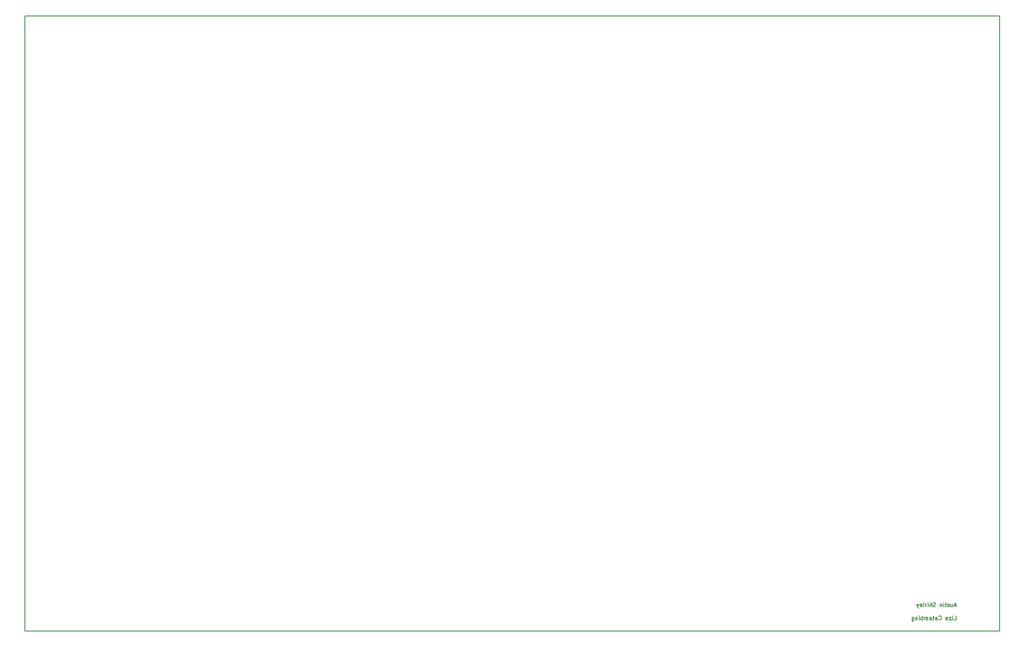
<source format=gbo>
G04 #@! TF.FileFunction,Legend,Bot*
%FSLAX46Y46*%
G04 Gerber Fmt 4.6, Leading zero omitted, Abs format (unit mm)*
G04 Created by KiCad (PCBNEW 4.0.4-stable) date 05/08/17 18:11:55*
%MOMM*%
%LPD*%
G01*
G04 APERTURE LIST*
%ADD10C,0.100000*%
%ADD11C,0.187500*%
%ADD12C,0.150000*%
G04 APERTURE END LIST*
D10*
D11*
X183962285Y26698714D02*
X184319428Y26698714D01*
X184319428Y27448714D01*
X183712285Y26698714D02*
X183712285Y27198714D01*
X183712285Y27448714D02*
X183747999Y27413000D01*
X183712285Y27377286D01*
X183676570Y27413000D01*
X183712285Y27448714D01*
X183712285Y27377286D01*
X183426570Y27198714D02*
X183033713Y27198714D01*
X183426570Y26698714D01*
X183033713Y26698714D01*
X182426570Y26698714D02*
X182426570Y27091571D01*
X182462284Y27163000D01*
X182533713Y27198714D01*
X182676570Y27198714D01*
X182747999Y27163000D01*
X182426570Y26734429D02*
X182497999Y26698714D01*
X182676570Y26698714D01*
X182747999Y26734429D01*
X182783713Y26805857D01*
X182783713Y26877286D01*
X182747999Y26948714D01*
X182676570Y26984429D01*
X182497999Y26984429D01*
X182426570Y27020143D01*
X181069427Y26770143D02*
X181105141Y26734429D01*
X181212284Y26698714D01*
X181283713Y26698714D01*
X181390856Y26734429D01*
X181462284Y26805857D01*
X181497999Y26877286D01*
X181533713Y27020143D01*
X181533713Y27127286D01*
X181497999Y27270143D01*
X181462284Y27341571D01*
X181390856Y27413000D01*
X181283713Y27448714D01*
X181212284Y27448714D01*
X181105141Y27413000D01*
X181069427Y27377286D01*
X180426570Y26698714D02*
X180426570Y27091571D01*
X180462284Y27163000D01*
X180533713Y27198714D01*
X180676570Y27198714D01*
X180747999Y27163000D01*
X180426570Y26734429D02*
X180497999Y26698714D01*
X180676570Y26698714D01*
X180747999Y26734429D01*
X180783713Y26805857D01*
X180783713Y26877286D01*
X180747999Y26948714D01*
X180676570Y26984429D01*
X180497999Y26984429D01*
X180426570Y27020143D01*
X180176570Y27198714D02*
X179890856Y27198714D01*
X180069428Y27448714D02*
X180069428Y26805857D01*
X180033713Y26734429D01*
X179962285Y26698714D01*
X179890856Y26698714D01*
X179319428Y26698714D02*
X179319428Y27091571D01*
X179355142Y27163000D01*
X179426571Y27198714D01*
X179569428Y27198714D01*
X179640857Y27163000D01*
X179319428Y26734429D02*
X179390857Y26698714D01*
X179569428Y26698714D01*
X179640857Y26734429D01*
X179676571Y26805857D01*
X179676571Y26877286D01*
X179640857Y26948714D01*
X179569428Y26984429D01*
X179390857Y26984429D01*
X179319428Y27020143D01*
X178962286Y26698714D02*
X178962286Y27198714D01*
X178962286Y27127286D02*
X178926571Y27163000D01*
X178855143Y27198714D01*
X178748000Y27198714D01*
X178676571Y27163000D01*
X178640857Y27091571D01*
X178640857Y26698714D01*
X178640857Y27091571D02*
X178605143Y27163000D01*
X178533714Y27198714D01*
X178426571Y27198714D01*
X178355143Y27163000D01*
X178319428Y27091571D01*
X178319428Y26698714D01*
X177962286Y26698714D02*
X177962286Y27448714D01*
X177962286Y27163000D02*
X177890857Y27198714D01*
X177748000Y27198714D01*
X177676571Y27163000D01*
X177640857Y27127286D01*
X177605143Y27055857D01*
X177605143Y26841571D01*
X177640857Y26770143D01*
X177676571Y26734429D01*
X177748000Y26698714D01*
X177890857Y26698714D01*
X177962286Y26734429D01*
X177283715Y26698714D02*
X177283715Y27198714D01*
X177283715Y27448714D02*
X177319429Y27413000D01*
X177283715Y27377286D01*
X177248000Y27413000D01*
X177283715Y27448714D01*
X177283715Y27377286D01*
X176926572Y27198714D02*
X176926572Y26698714D01*
X176926572Y27127286D02*
X176890857Y27163000D01*
X176819429Y27198714D01*
X176712286Y27198714D01*
X176640857Y27163000D01*
X176605143Y27091571D01*
X176605143Y26698714D01*
X175926572Y27198714D02*
X175926572Y26591571D01*
X175962286Y26520143D01*
X175998001Y26484429D01*
X176069429Y26448714D01*
X176176572Y26448714D01*
X176248001Y26484429D01*
X175926572Y26734429D02*
X175998001Y26698714D01*
X176140858Y26698714D01*
X176212286Y26734429D01*
X176248001Y26770143D01*
X176283715Y26841571D01*
X176283715Y27055857D01*
X176248001Y27127286D01*
X176212286Y27163000D01*
X176140858Y27198714D01*
X175998001Y27198714D01*
X175926572Y27163000D01*
X184373000Y29413000D02*
X184015857Y29413000D01*
X184444428Y29198714D02*
X184194428Y29948714D01*
X183944428Y29198714D01*
X183373000Y29698714D02*
X183373000Y29198714D01*
X183694429Y29698714D02*
X183694429Y29305857D01*
X183658714Y29234429D01*
X183587286Y29198714D01*
X183480143Y29198714D01*
X183408714Y29234429D01*
X183373000Y29270143D01*
X183051572Y29234429D02*
X182980143Y29198714D01*
X182837286Y29198714D01*
X182765858Y29234429D01*
X182730143Y29305857D01*
X182730143Y29341571D01*
X182765858Y29413000D01*
X182837286Y29448714D01*
X182944429Y29448714D01*
X183015858Y29484429D01*
X183051572Y29555857D01*
X183051572Y29591571D01*
X183015858Y29663000D01*
X182944429Y29698714D01*
X182837286Y29698714D01*
X182765858Y29663000D01*
X182515857Y29698714D02*
X182230143Y29698714D01*
X182408715Y29948714D02*
X182408715Y29305857D01*
X182373000Y29234429D01*
X182301572Y29198714D01*
X182230143Y29198714D01*
X181980144Y29198714D02*
X181980144Y29698714D01*
X181980144Y29948714D02*
X182015858Y29913000D01*
X181980144Y29877286D01*
X181944429Y29913000D01*
X181980144Y29948714D01*
X181980144Y29877286D01*
X181623001Y29698714D02*
X181623001Y29198714D01*
X181623001Y29627286D02*
X181587286Y29663000D01*
X181515858Y29698714D01*
X181408715Y29698714D01*
X181337286Y29663000D01*
X181301572Y29591571D01*
X181301572Y29198714D01*
X180408715Y29234429D02*
X180301572Y29198714D01*
X180123001Y29198714D01*
X180051572Y29234429D01*
X180015858Y29270143D01*
X179980143Y29341571D01*
X179980143Y29413000D01*
X180015858Y29484429D01*
X180051572Y29520143D01*
X180123001Y29555857D01*
X180265858Y29591571D01*
X180337286Y29627286D01*
X180373001Y29663000D01*
X180408715Y29734429D01*
X180408715Y29805857D01*
X180373001Y29877286D01*
X180337286Y29913000D01*
X180265858Y29948714D01*
X180087286Y29948714D01*
X179980143Y29913000D01*
X179658715Y29198714D02*
X179658715Y29948714D01*
X179337286Y29198714D02*
X179337286Y29591571D01*
X179373000Y29663000D01*
X179444429Y29698714D01*
X179551572Y29698714D01*
X179623000Y29663000D01*
X179658715Y29627286D01*
X178980144Y29198714D02*
X178980144Y29698714D01*
X178980144Y29948714D02*
X179015858Y29913000D01*
X178980144Y29877286D01*
X178944429Y29913000D01*
X178980144Y29948714D01*
X178980144Y29877286D01*
X178623001Y29198714D02*
X178623001Y29698714D01*
X178623001Y29555857D02*
X178587286Y29627286D01*
X178551572Y29663000D01*
X178480143Y29698714D01*
X178408715Y29698714D01*
X178051572Y29198714D02*
X178123000Y29234429D01*
X178158715Y29305857D01*
X178158715Y29948714D01*
X177480143Y29234429D02*
X177551572Y29198714D01*
X177694429Y29198714D01*
X177765858Y29234429D01*
X177801572Y29305857D01*
X177801572Y29591571D01*
X177765858Y29663000D01*
X177694429Y29698714D01*
X177551572Y29698714D01*
X177480143Y29663000D01*
X177444429Y29591571D01*
X177444429Y29520143D01*
X177801572Y29448714D01*
X177194429Y29698714D02*
X177015858Y29198714D01*
X176837286Y29698714D02*
X177015858Y29198714D01*
X177087286Y29020143D01*
X177123001Y28984429D01*
X177194429Y28948714D01*
D12*
X192623000Y24538000D02*
X192623000Y142038000D01*
X6623000Y24538000D02*
X192623000Y24538000D01*
X6623000Y142038000D02*
X6623000Y24538000D01*
X192623000Y142038000D02*
X6623000Y142038000D01*
M02*

</source>
